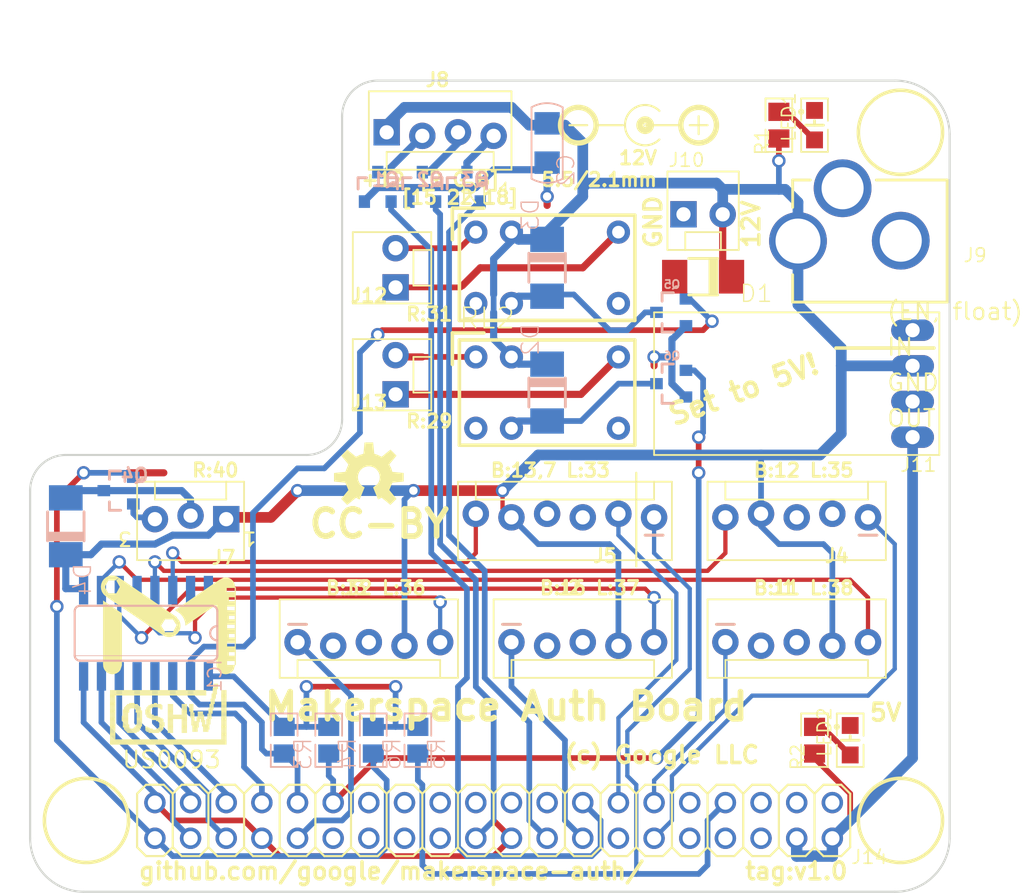
<source format=kicad_pcb>
(kicad_pcb (version 20171130) (host pcbnew 5.0.2+dfsg1-1)
  (layers (0 Top signal) (31 Bottom signal) (34 B.Paste user) (35 F.Paste user) (36 B.SilkS user) (37 F.SilkS user) (38 B.Mask user) (39 F.Mask user) (44 Edge.Cuts user))
  (net 0 "")
  (net 1 GND)
  (net 2 +12V)
  (net 3 +5V)
  (net 4 /HC_LOGIC)
  (net 5 /L1_LOGIC)
  (net 6 /L2_LOGIC)
  (net 7 /L3_LOGIC)
  (net 8 /L4_LOGIC)
  (net 9 /L5_LOGIC)
  (net 10 /B3_LOGIC)
  (net 11 /L6_LOGIC)
  (net 12 "Net-(J14-Pad30)")
  (net 13 /L7_LOGIC)
  (net 14 "Net-(J14-Pad28)")
  (net 15 "Net-(J14-Pad27)")
  (net 16 "Net-(J14-Pad26)")
  (net 17 "Net-(J14-Pad25)")
  (net 18 "Net-(J14-Pad24)")
  (net 19 "Net-(J14-Pad23)")
  (net 20 /G_LOGIC)
  (net 21 "Net-(J14-Pad21)")
  (net 22 "Net-(J14-Pad19)")
  (net 23 /B_LOGIC)
  (net 24 "Net-(J14-Pad17)")
  (net 25 /B2_LOGIC)
  (net 26 /R_LOGIC)
  (net 27 "Net-(J14-Pad14)")
  (net 28 /B5_LOGIC)
  (net 29 /B4_LOGIC)
  (net 30 /B1_LOGIC)
  (net 31 /RXD)
  (net 32 "Net-(J14-Pad9)")
  (net 33 /TXD)
  (net 34 /B6_LOGIC)
  (net 35 "Net-(J14-Pad6)")
  (net 36 "Net-(J14-Pad5)")
  (net 37 "Net-(J14-Pad3)")
  (net 38 /+3V3)
  (net 39 /~L1)
  (net 40 /~L2)
  (net 41 /~L3)
  (net 42 /~L4)
  (net 43 /~L5)
  (net 44 /~L6)
  (net 45 "Net-(IC1-Pad16)")
  (net 46 "Net-(LED1-PadA)")
  (net 47 "Net-(LED2-PadA)")
  (net 48 "Net-(J1-Pad2)")
  (net 49 "Net-(J2-Pad2)")
  (net 50 "Net-(J3-Pad2)")
  (net 51 "Net-(J4-Pad2)")
  (net 52 "Net-(D4-PadA)")
  (net 53 "Net-(J11-PadEN)")
  (net 54 /~R)
  (net 55 /~G)
  (net 56 /~B)
  (net 57 "Net-(D3-PadA)")
  (net 58 "Net-(D2-PadA)")
  (net 59 "Net-(RL1-Pad6)")
  (net 60 "Net-(RL1-Pad4)")
  (net 61 "Net-(J12-Pad1)")
  (net 62 "Net-(J12-Pad2)")
  (net 63 "Net-(RL2-Pad6)")
  (net 64 "Net-(RL2-Pad4)")
  (net 65 "Net-(J13-Pad1)")
  (net 66 "Net-(J13-Pad2)")
  (net 67 "Net-(J5-Pad3)")
  (module "" (layer Top) (at 177.7492 128.8161)
    (fp_text reference @HOLE0 hide)
    (fp_text value "" (at 0 0) (layer F.SilkS) (effects (font (size 1.27 1.27))))
    (pad "" np_thru_hole circle (at 0 0) (size 2.7432 2.7432) (drill 2.7432) (layers *.Cu *.Mask))
  )
  (module "" (layer Top) (at 119.761 128.8161)
    (fp_text reference @HOLE1 hide)
    (fp_text value "" (at 0 0) (layer F.SilkS) (effects (font (size 1.27 1.27))))
    (pad "" np_thru_hole circle (at 0 0) (size 2.7432 2.7432) (drill 2.7432) (layers *.Cu *.Mask))
  )
  (module "" (layer Top) (at 177.7492 79.7941)
    (fp_text reference @HOLE2 hide)
    (fp_text value "" (at 0 0) (layer F.SilkS) (effects (font (size 1.27 1.27))))
    (pad "" np_thru_hole circle (at 0 0) (size 2.7432 2.7432) (drill 2.7432) (layers *.Cu *.Mask))
  )
  (module ms_auth_breakout:2X20 (layer Top) (at 148.7678 128.8161 180)
    (fp_text reference J14 (at -25.4 -3.175) (layer F.SilkS) (effects (font (size 0.9652 0.9652) (thickness 0.115824)) (justify left bottom)))
    (fp_text value PINHD-2X20)
    (pad 40 thru_hole circle (at 24.13 -1.27 180) (size 1.524 1.524) (drill 1.016) (layers *.Cu *.Mask) (net 4 /HC_LOGIC))
    (pad 39 thru_hole circle (at 24.13 1.27 180) (size 1.524 1.524) (drill 1.016) (layers *.Cu *.Mask) (net 1 GND))
    (pad 38 thru_hole circle (at 21.59 -1.27 180) (size 1.524 1.524) (drill 1.016) (layers *.Cu *.Mask) (net 5 /L1_LOGIC))
    (pad 37 thru_hole circle (at 21.59 1.27 180) (size 1.524 1.524) (drill 1.016) (layers *.Cu *.Mask) (net 6 /L2_LOGIC))
    (pad 36 thru_hole circle (at 19.05 -1.27 180) (size 1.524 1.524) (drill 1.016) (layers *.Cu *.Mask) (net 7 /L3_LOGIC))
    (pad 35 thru_hole circle (at 19.05 1.27 180) (size 1.524 1.524) (drill 1.016) (layers *.Cu *.Mask) (net 8 /L4_LOGIC))
    (pad 34 thru_hole circle (at 16.51 -1.27 180) (size 1.524 1.524) (drill 1.016) (layers *.Cu *.Mask) (net 1 GND))
    (pad 33 thru_hole circle (at 16.51 1.27 180) (size 1.524 1.524) (drill 1.016) (layers *.Cu *.Mask) (net 9 /L5_LOGIC))
    (pad 32 thru_hole circle (at 13.97 -1.27 180) (size 1.524 1.524) (drill 1.016) (layers *.Cu *.Mask) (net 10 /B3_LOGIC))
    (pad 31 thru_hole circle (at 13.97 1.27 180) (size 1.524 1.524) (drill 1.016) (layers *.Cu *.Mask) (net 11 /L6_LOGIC))
    (pad 30 thru_hole circle (at 11.43 -1.27 180) (size 1.524 1.524) (drill 1.016) (layers *.Cu *.Mask) (net 12 "Net-(J14-Pad30)"))
    (pad 29 thru_hole circle (at 11.43 1.27 180) (size 1.524 1.524) (drill 1.016) (layers *.Cu *.Mask) (net 13 /L7_LOGIC))
    (pad 28 thru_hole circle (at 8.89 -1.27 180) (size 1.524 1.524) (drill 1.016) (layers *.Cu *.Mask) (net 14 "Net-(J14-Pad28)"))
    (pad 27 thru_hole circle (at 8.89 1.27 180) (size 1.524 1.524) (drill 1.016) (layers *.Cu *.Mask) (net 15 "Net-(J14-Pad27)"))
    (pad 26 thru_hole circle (at 6.35 -1.27 180) (size 1.524 1.524) (drill 1.016) (layers *.Cu *.Mask) (net 16 "Net-(J14-Pad26)"))
    (pad 25 thru_hole circle (at 6.35 1.27 180) (size 1.524 1.524) (drill 1.016) (layers *.Cu *.Mask) (net 17 "Net-(J14-Pad25)"))
    (pad 24 thru_hole circle (at 3.81 -1.27 180) (size 1.524 1.524) (drill 1.016) (layers *.Cu *.Mask) (net 18 "Net-(J14-Pad24)"))
    (pad 23 thru_hole circle (at 3.81 1.27 180) (size 1.524 1.524) (drill 1.016) (layers *.Cu *.Mask) (net 19 "Net-(J14-Pad23)"))
    (pad 22 thru_hole circle (at 1.27 -1.27 180) (size 1.524 1.524) (drill 1.016) (layers *.Cu *.Mask) (net 20 /G_LOGIC))
    (pad 21 thru_hole circle (at 1.27 1.27 180) (size 1.524 1.524) (drill 1.016) (layers *.Cu *.Mask) (net 21 "Net-(J14-Pad21)"))
    (pad 20 thru_hole circle (at -1.27 -1.27 180) (size 1.524 1.524) (drill 1.016) (layers *.Cu *.Mask) (net 1 GND))
    (pad 19 thru_hole circle (at -1.27 1.27 180) (size 1.524 1.524) (drill 1.016) (layers *.Cu *.Mask) (net 22 "Net-(J14-Pad19)"))
    (pad 18 thru_hole circle (at -3.81 -1.27 180) (size 1.524 1.524) (drill 1.016) (layers *.Cu *.Mask) (net 23 /B_LOGIC))
    (pad 17 thru_hole circle (at -3.81 1.27 180) (size 1.524 1.524) (drill 1.016) (layers *.Cu *.Mask) (net 24 "Net-(J14-Pad17)"))
    (pad 16 thru_hole circle (at -6.35 -1.27 180) (size 1.524 1.524) (drill 1.016) (layers *.Cu *.Mask) (net 25 /B2_LOGIC))
    (pad 15 thru_hole circle (at -6.35 1.27 180) (size 1.524 1.524) (drill 1.016) (layers *.Cu *.Mask) (net 26 /R_LOGIC))
    (pad 14 thru_hole circle (at -8.89 -1.27 180) (size 1.524 1.524) (drill 1.016) (layers *.Cu *.Mask) (net 27 "Net-(J14-Pad14)"))
    (pad 13 thru_hole circle (at -8.89 1.27 180) (size 1.524 1.524) (drill 1.016) (layers *.Cu *.Mask) (net 28 /B5_LOGIC))
    (pad 12 thru_hole circle (at -11.43 -1.27 180) (size 1.524 1.524) (drill 1.016) (layers *.Cu *.Mask) (net 29 /B4_LOGIC))
    (pad 11 thru_hole circle (at -11.43 1.27 180) (size 1.524 1.524) (drill 1.016) (layers *.Cu *.Mask) (net 30 /B1_LOGIC))
    (pad 10 thru_hole circle (at -13.97 -1.27 180) (size 1.524 1.524) (drill 1.016) (layers *.Cu *.Mask) (net 31 /RXD))
    (pad 9 thru_hole circle (at -13.97 1.27 180) (size 1.524 1.524) (drill 1.016) (layers *.Cu *.Mask) (net 32 "Net-(J14-Pad9)"))
    (pad 8 thru_hole circle (at -16.51 -1.27 180) (size 1.524 1.524) (drill 1.016) (layers *.Cu *.Mask) (net 33 /TXD))
    (pad 7 thru_hole circle (at -16.51 1.27 180) (size 1.524 1.524) (drill 1.016) (layers *.Cu *.Mask) (net 34 /B6_LOGIC))
    (pad 6 thru_hole circle (at -19.05 -1.27 180) (size 1.524 1.524) (drill 1.016) (layers *.Cu *.Mask) (net 35 "Net-(J14-Pad6)"))
    (pad 5 thru_hole circle (at -19.05 1.27 180) (size 1.524 1.524) (drill 1.016) (layers *.Cu *.Mask) (net 36 "Net-(J14-Pad5)"))
    (pad 4 thru_hole circle (at -21.59 -1.27 180) (size 1.524 1.524) (drill 1.016) (layers *.Cu *.Mask) (net 3 +5V))
    (pad 3 thru_hole circle (at -21.59 1.27 180) (size 1.524 1.524) (drill 1.016) (layers *.Cu *.Mask) (net 37 "Net-(J14-Pad3)"))
    (pad 2 thru_hole circle (at -24.13 -1.27 180) (size 1.524 1.524) (drill 1.016) (layers *.Cu *.Mask) (net 3 +5V))
    (pad 1 thru_hole circle (at -24.13 1.27 180) (size 1.524 1.524) (drill 1.016) (layers *.Cu *.Mask) (net 38 /+3V3))
  )
  (module ms_auth_breakout:SO16 (layer Bottom) (at 124.0028 115.4811 180)
    (fp_text reference IC1 (at -5.461 -1.778 270) (layer B.SilkS) (effects (font (size 0.9652 0.9652) (thickness 0.115824)) (justify left bottom mirror)))
    (fp_text value ULN2003AD hide)
    (pad 9 smd rect (at 4.445 3.0734 180) (size 0.6604 2.032) (layers Bottom B.Paste B.Mask) (net 2 +12V))
    (pad 8 smd rect (at 4.445 -3.0734 180) (size 0.6604 2.032) (layers Bottom B.Paste B.Mask) (net 1 GND))
    (pad 10 smd rect (at 3.175 3.0734 180) (size 0.6604 2.032) (layers Bottom B.Paste B.Mask) (net 39 /~L1))
    (pad 11 smd rect (at 1.905 3.0734 180) (size 0.6604 2.032) (layers Bottom B.Paste B.Mask) (net 40 /~L2))
    (pad 7 smd rect (at 3.175 -3.0734 180) (size 0.6604 2.032) (layers Bottom B.Paste B.Mask) (net 5 /L1_LOGIC))
    (pad 6 smd rect (at 1.905 -3.0734 180) (size 0.6604 2.032) (layers Bottom B.Paste B.Mask) (net 6 /L2_LOGIC))
    (pad 12 smd rect (at 0.635 3.0734 180) (size 0.6604 2.032) (layers Bottom B.Paste B.Mask) (net 41 /~L3))
    (pad 5 smd rect (at 0.635 -3.0734 180) (size 0.6604 2.032) (layers Bottom B.Paste B.Mask) (net 7 /L3_LOGIC))
    (pad 13 smd rect (at -0.635 3.0734 180) (size 0.6604 2.032) (layers Bottom B.Paste B.Mask) (net 42 /~L4))
    (pad 4 smd rect (at -0.635 -3.0734 180) (size 0.6604 2.032) (layers Bottom B.Paste B.Mask) (net 8 /L4_LOGIC))
    (pad 14 smd rect (at -1.905 3.0734 180) (size 0.6604 2.032) (layers Bottom B.Paste B.Mask) (net 43 /~L5))
    (pad 15 smd rect (at -3.175 3.0734 180) (size 0.6604 2.032) (layers Bottom B.Paste B.Mask) (net 44 /~L6))
    (pad 3 smd rect (at -1.905 -3.0734 180) (size 0.6604 2.032) (layers Bottom B.Paste B.Mask) (net 9 /L5_LOGIC))
    (pad 2 smd rect (at -3.175 -3.0734 180) (size 0.6604 2.032) (layers Bottom B.Paste B.Mask) (net 11 /L6_LOGIC))
    (pad 16 smd rect (at -4.445 3.0734 180) (size 0.6604 2.032) (layers Bottom B.Paste B.Mask) (net 45 "Net-(IC1-Pad16)"))
    (pad 1 smd rect (at -4.445 -3.0734 180) (size 0.6604 2.032) (layers Bottom B.Paste B.Mask) (net 1 GND))
  )
  (module ms_auth_breakout:MOLEX-1X2_LOCK (layer Top) (at 162.4203 85.6361)
    (fp_text reference J10 (at -1.27 -3.302) (layer F.SilkS) (effects (font (size 0.9652 0.9652) (thickness 0.115824)) (justify left bottom)))
    (fp_text value CONN_02POLAR_LOCK)
    (pad 2 thru_hole circle (at 2.667 0) (size 1.8796 1.8796) (drill 1.016) (layers *.Cu *.Mask) (net 2 +12V))
    (pad 1 thru_hole rect (at -0.127 0) (size 1.8796 1.8796) (drill 1.016) (layers *.Cu *.Mask) (net 1 GND))
  )
  (module ms_auth_breakout:DO-214AC (layer Top) (at 163.6903 90.0811 180)
    (fp_text reference D1 (at -2.54 -1.905) (layer F.SilkS) (effects (font (size 1.2065 1.2065) (thickness 0.09652)) (justify left bottom)))
    (fp_text value DIODE-DO-214AC)
    (pad A smd rect (at 2.025 0) (size 1.8 2.4) (layers Top F.Paste F.Mask) (net 1 GND))
    (pad C smd rect (at -2.025 0 180) (size 1.8 2.4) (layers Top F.Paste F.Mask) (net 2 +12V))
  )
  (module ms_auth_breakout:CHIPLED_0805 (layer Top) (at 171.6278 79.2861)
    (fp_text reference LED1 (at -1.27 1.27 90) (layer F.SilkS) (effects (font (size 0.9652 0.9652) (thickness 0.115824)) (justify left bottom)))
    (fp_text value LED hide)
    (pad A smd rect (at 0 1.05) (size 1.2 1.2) (layers Top F.Paste F.Mask) (net 46 "Net-(LED1-PadA)"))
    (pad C smd rect (at 0 -1.05) (size 1.2 1.2) (layers Top F.Paste F.Mask) (net 1 GND))
  )
  (module ms_auth_breakout:CHIPLED_0805 (layer Top) (at 174.1678 123.1011)
    (fp_text reference LED2 (at -1.27 1.27 90) (layer F.SilkS) (effects (font (size 0.9652 0.9652) (thickness 0.115824)) (justify left bottom)))
    (fp_text value LED hide)
    (pad A smd rect (at 0 1.05) (size 1.2 1.2) (layers Top F.Paste F.Mask) (net 47 "Net-(LED2-PadA)"))
    (pad C smd rect (at 0 -1.05) (size 1.2 1.2) (layers Top F.Paste F.Mask) (net 1 GND))
  )
  (module ms_auth_breakout:R0805 (layer Top) (at 171.6278 123.1011 270)
    (fp_text reference R2 (at 2.2225 0.635 90) (layer F.SilkS) (effects (font (size 0.9652 0.9652) (thickness 0.115824)) (justify left bottom)))
    (fp_text value 560 hide)
    (pad 2 smd rect (at 0.95 0 270) (size 1.3 1.5) (layers Top F.Paste F.Mask) (net 3 +5V))
    (pad 1 smd rect (at -0.95 0 270) (size 1.3 1.5) (layers Top F.Paste F.Mask) (net 47 "Net-(LED2-PadA)"))
  )
  (module ms_auth_breakout:R0805 (layer Top) (at 169.0878 79.2861 270)
    (fp_text reference R1 (at 2.2225 0.635 90) (layer F.SilkS) (effects (font (size 0.9652 0.9652) (thickness 0.115824)) (justify left bottom)))
    (fp_text value 1k hide)
    (pad 2 smd rect (at 0.95 0 270) (size 1.3 1.5) (layers Top F.Paste F.Mask) (net 2 +12V))
    (pad 1 smd rect (at -0.95 0 270) (size 1.3 1.5) (layers Top F.Paste F.Mask) (net 46 "Net-(LED1-PadA)"))
  )
  (module ms_auth_breakout:MOLEX-1X5_LOCK (layer Top) (at 165.2778 116.1161)
    (fp_text reference J1 (at 3.175 -3.302) (layer F.SilkS) (effects (font (size 0.9652 0.9652) (thickness 0.19304)) (justify left bottom)))
    (fp_text value CONN_05POLAR_LOCK)
    (pad 5 thru_hole circle (at 10.16 0) (size 1.8796 1.8796) (drill 1.016) (layers *.Cu *.Mask) (net 39 /~L1))
    (pad 4 thru_hole circle (at 7.62 0.254) (size 1.8796 1.8796) (drill 1.016) (layers *.Cu *.Mask) (net 2 +12V))
    (pad 3 thru_hole circle (at 5.08 0) (size 1.8796 1.8796) (drill 1.016) (layers *.Cu *.Mask) (net 1 GND))
    (pad 2 thru_hole circle (at 2.54 0.254) (size 1.8796 1.8796) (drill 1.016) (layers *.Cu *.Mask) (net 48 "Net-(J1-Pad2)"))
    (pad 1 thru_hole circle (at 0 0) (size 1.8796 1.8796) (drill 1.016) (layers *.Cu *.Mask) (net 30 /B1_LOGIC))
  )
  (module ms_auth_breakout:MOLEX-1X5_LOCK (layer Top) (at 150.0378 116.1161)
    (fp_text reference J2 (at 3.175 -3.302) (layer F.SilkS) (effects (font (size 0.9652 0.9652) (thickness 0.19304)) (justify left bottom)))
    (fp_text value CONN_05POLAR_LOCK)
    (pad 5 thru_hole circle (at 10.16 0) (size 1.8796 1.8796) (drill 1.016) (layers *.Cu *.Mask) (net 40 /~L2))
    (pad 4 thru_hole circle (at 7.62 0.254) (size 1.8796 1.8796) (drill 1.016) (layers *.Cu *.Mask) (net 2 +12V))
    (pad 3 thru_hole circle (at 5.08 0) (size 1.8796 1.8796) (drill 1.016) (layers *.Cu *.Mask) (net 1 GND))
    (pad 2 thru_hole circle (at 2.54 0.254) (size 1.8796 1.8796) (drill 1.016) (layers *.Cu *.Mask) (net 49 "Net-(J2-Pad2)"))
    (pad 1 thru_hole circle (at 0 0) (size 1.8796 1.8796) (drill 1.016) (layers *.Cu *.Mask) (net 25 /B2_LOGIC))
  )
  (module ms_auth_breakout:MOLEX-1X5_LOCK (layer Top) (at 134.7978 116.1161)
    (fp_text reference J3 (at 3.175 -3.302) (layer F.SilkS) (effects (font (size 0.9652 0.9652) (thickness 0.19304)) (justify left bottom)))
    (fp_text value CONN_05POLAR_LOCK)
    (pad 5 thru_hole circle (at 10.16 0) (size 1.8796 1.8796) (drill 1.016) (layers *.Cu *.Mask) (net 41 /~L3))
    (pad 4 thru_hole circle (at 7.62 0.254) (size 1.8796 1.8796) (drill 1.016) (layers *.Cu *.Mask) (net 2 +12V))
    (pad 3 thru_hole circle (at 5.08 0) (size 1.8796 1.8796) (drill 1.016) (layers *.Cu *.Mask) (net 1 GND))
    (pad 2 thru_hole circle (at 2.54 0.254) (size 1.8796 1.8796) (drill 1.016) (layers *.Cu *.Mask) (net 50 "Net-(J3-Pad2)"))
    (pad 1 thru_hole circle (at 0 0) (size 1.8796 1.8796) (drill 1.016) (layers *.Cu *.Mask) (net 10 /B3_LOGIC))
  )
  (module ms_auth_breakout:MOLEX-1X5_LOCK (layer Top) (at 175.4378 107.2261 180)
    (fp_text reference J4 (at 3.175 -3.302) (layer F.SilkS) (effects (font (size 0.9652 0.9652) (thickness 0.19304)) (justify left bottom)))
    (fp_text value CONN_05POLAR_LOCK)
    (pad 5 thru_hole circle (at 10.16 0 180) (size 1.8796 1.8796) (drill 1.016) (layers *.Cu *.Mask) (net 42 /~L4))
    (pad 4 thru_hole circle (at 7.62 0.254 180) (size 1.8796 1.8796) (drill 1.016) (layers *.Cu *.Mask) (net 2 +12V))
    (pad 3 thru_hole circle (at 5.08 0 180) (size 1.8796 1.8796) (drill 1.016) (layers *.Cu *.Mask) (net 1 GND))
    (pad 2 thru_hole circle (at 2.54 0.254 180) (size 1.8796 1.8796) (drill 1.016) (layers *.Cu *.Mask) (net 51 "Net-(J4-Pad2)"))
    (pad 1 thru_hole circle (at 0 0 180) (size 1.8796 1.8796) (drill 1.016) (layers *.Cu *.Mask) (net 29 /B4_LOGIC))
  )
  (module ms_auth_breakout:MOLEX-1X3_LOCK (layer Top) (at 129.7178 107.2261 180)
    (fp_text reference J7 (at 1.143 -3.429) (layer F.SilkS) (effects (font (size 0.9652 0.9652) (thickness 0.19304)) (justify left bottom)))
    (fp_text value CONN_03POLAR_LOCK)
    (pad 3 thru_hole circle (at 5.08 -0.127 180) (size 1.8796 1.8796) (drill 1.016) (layers *.Cu *.Mask) (net 1 GND))
    (pad 2 thru_hole circle (at 2.54 0.127 180) (size 1.8796 1.8796) (drill 1.016) (layers *.Cu *.Mask) (net 52 "Net-(D4-PadA)"))
    (pad 1 thru_hole rect (at 0 -0.127 180) (size 1.8796 1.8796) (drill 1.016) (layers *.Cu *.Mask) (net 2 +12V))
  )
  (module ms_auth_breakout:POWER_JACK_PTH_LOCK (layer Top) (at 184.3278 87.5411 90)
    (fp_text reference J9 (at -1.5748 -2.159) (layer F.SilkS) (effects (font (size 0.9652 0.9652) (thickness 0.115824)) (justify left bottom)))
    (fp_text value POWER_JACKPTH_LOCK hide)
    (pad GNDBREAK thru_hole circle (at 3.7616 -10.7 180) (size 4.1148 4.1148) (drill 2.9972) (layers *.Cu *.Mask) (net 1 GND))
    (pad GND thru_hole circle (at 0.0254 -6.557 90) (size 4.1148 4.1148) (drill 2.9972) (layers *.Cu *.Mask) (net 1 GND))
    (pad PWR thru_hole circle (at 0 -13.8778 90) (size 4.1148 4.1148) (drill 3.2) (layers *.Cu *.Mask) (net 2 +12V))
  )
  (module ms_auth_breakout:C1206 (layer Bottom) (at 152.5778 80.5561 270)
    (fp_text reference C2 (at 3.175 -0.635 90) (layer B.SilkS) (effects (font (size 1.2065 1.2065) (thickness 0.09652)) (justify right top mirror)))
    (fp_text value 47u)
    (pad 2 smd rect (at 1.4 0 270) (size 1.6 1.8) (layers Bottom B.Paste B.Mask) (net 1 GND))
    (pad 1 smd rect (at -1.4 0 270) (size 1.6 1.8) (layers Bottom B.Paste B.Mask) (net 2 +12V))
  )
  (module ms_auth_breakout:MS_LOGO_VECTOR (layer Top) (at 120.5103 118.6561)
    (fp_text reference U$1 hide)
    (fp_text value MS_LOGO hide)
  )
  (module ms_auth_breakout:BUCK_HORIZONTAL (layer Top) (at 178.6128 98.9711 180)
    (fp_text reference J11 hide)
    (fp_text value BUCK_MODULEHORIZONTAL hide)
    (fp_text user "(EN, float)" (at 1.905 5.715 180) (layer F.SilkS) (effects (font (size 1.2065 1.2065) (thickness 0.1524)) (justify left bottom)))
    (fp_text user OUT (at 1.905 -1.905 180) (layer F.SilkS) (effects (font (size 1.2065 1.2065) (thickness 0.1524)) (justify left bottom)))
    (fp_text user GND (at 1.905 0.635 180) (layer F.SilkS) (effects (font (size 1.2065 1.2065) (thickness 0.1524)) (justify left bottom)))
    (fp_text user IN (at 1.905 3.175 180) (layer F.SilkS) (effects (font (size 1.2065 1.2065) (thickness 0.1524)) (justify left bottom)))
    (pad EN thru_hole oval (at 0 5.08 180) (size 3.048 1.524) (drill 1.016) (layers *.Cu *.Mask) (net 53 "Net-(J11-PadEN)"))
    (pad IN thru_hole oval (at 0 2.54 180) (size 3.048 1.524) (drill 1.016) (layers *.Cu *.Mask) (net 2 +12V))
    (pad GND thru_hole oval (at 0 0 180) (size 3.048 1.524) (drill 1.016) (layers *.Cu *.Mask) (net 1 GND))
    (pad OUT thru_hole oval (at 0 -2.54 180) (size 3.048 1.524) (drill 1.016) (layers *.Cu *.Mask) (net 3 +5V))
  )
  (module ms_auth_breakout:SOT23-3 (layer Bottom) (at 140.5128 83.7311 180)
    (fp_text reference Q1 (at -1.651 0) (layer B.SilkS) (effects (font (size 0.9652 0.9652) (thickness 0.19304)) (justify left bottom mirror)))
    (fp_text value DMN3023L)
    (pad 3 smd rect (at 0 1.1 180) (size 0.8 0.9) (layers Bottom B.Paste B.Mask) (net 54 /~R))
    (pad 2 smd rect (at 0.95 -1 180) (size 0.8 0.9) (layers Bottom B.Paste B.Mask) (net 1 GND))
    (pad 1 smd rect (at -0.95 -1 180) (size 0.8 0.9) (layers Bottom B.Paste B.Mask) (net 26 /R_LOGIC))
  )
  (module ms_auth_breakout:SOT23-3 (layer Bottom) (at 143.6878 83.7311 180)
    (fp_text reference Q2 (at -1.651 0) (layer B.SilkS) (effects (font (size 0.9652 0.9652) (thickness 0.19304)) (justify left bottom mirror)))
    (fp_text value DMN3023L)
    (pad 3 smd rect (at 0 1.1 180) (size 0.8 0.9) (layers Bottom B.Paste B.Mask) (net 55 /~G))
    (pad 2 smd rect (at 0.95 -1 180) (size 0.8 0.9) (layers Bottom B.Paste B.Mask) (net 1 GND))
    (pad 1 smd rect (at -0.95 -1 180) (size 0.8 0.9) (layers Bottom B.Paste B.Mask) (net 20 /G_LOGIC))
  )
  (module ms_auth_breakout:SOT23-3 (layer Bottom) (at 146.8628 83.7311 180)
    (fp_text reference Q3 (at -1.651 0) (layer B.SilkS) (effects (font (size 0.9652 0.9652) (thickness 0.19304)) (justify left bottom mirror)))
    (fp_text value DMN3023L)
    (pad 3 smd rect (at 0 1.1 180) (size 0.8 0.9) (layers Bottom B.Paste B.Mask) (net 56 /~B))
    (pad 2 smd rect (at 0.95 -1 180) (size 0.8 0.9) (layers Bottom B.Paste B.Mask) (net 1 GND))
    (pad 1 smd rect (at -0.95 -1 180) (size 0.8 0.9) (layers Bottom B.Paste B.Mask) (net 23 /B_LOGIC))
  )
  (module ms_auth_breakout:SOT23-3 (layer Bottom) (at 122.0978 105.3211 270)
    (fp_text reference Q4 (at -1.651 0 180) (layer B.SilkS) (effects (font (size 0.9652 0.9652) (thickness 0.19304)) (justify right top mirror)))
    (fp_text value DMN3023L)
    (pad 3 smd rect (at 0 1.1 270) (size 0.8 0.9) (layers Bottom B.Paste B.Mask) (net 52 "Net-(D4-PadA)"))
    (pad 2 smd rect (at 0.95 -1 270) (size 0.8 0.9) (layers Bottom B.Paste B.Mask) (net 1 GND))
    (pad 1 smd rect (at -0.95 -1 270) (size 0.8 0.9) (layers Bottom B.Paste B.Mask) (net 4 /HC_LOGIC))
  )
  (module ms_auth_breakout:OSHW-LOGO-M (layer Top) (at 139.8778 104.3686)
    (fp_text reference LOGO1 hide)
    (fp_text value OSHW-LOGOM hide)
  )
  (module ms_auth_breakout:SOT23-3 (layer Bottom) (at 161.4678 92.6211 270)
    (fp_text reference Q5 (at -1.651 0 180) (layer B.SilkS) (effects (font (size 0.57912 0.57912) (thickness 0.12192)) (justify bottom mirror)))
    (fp_text value DMN3023L)
    (pad 3 smd rect (at 0 1.1 270) (size 0.8 0.9) (layers Bottom B.Paste B.Mask) (net 57 "Net-(D3-PadA)"))
    (pad 2 smd rect (at 0.95 -1 270) (size 0.8 0.9) (layers Bottom B.Paste B.Mask) (net 1 GND))
    (pad 1 smd rect (at -0.95 -1 270) (size 0.8 0.9) (layers Bottom B.Paste B.Mask) (net 11 /L6_LOGIC))
  )
  (module ms_auth_breakout:SOT23-3 (layer Bottom) (at 161.4678 97.7011 270)
    (fp_text reference Q6 (at -1.651 0 180) (layer B.SilkS) (effects (font (size 0.57912 0.57912) (thickness 0.12192)) (justify bottom mirror)))
    (fp_text value DMN3023L)
    (pad 3 smd rect (at 0 1.1 270) (size 0.8 0.9) (layers Bottom B.Paste B.Mask) (net 58 "Net-(D2-PadA)"))
    (pad 2 smd rect (at 0.95 -1 270) (size 0.8 0.9) (layers Bottom B.Paste B.Mask) (net 1 GND))
    (pad 1 smd rect (at -0.95 -1 270) (size 0.8 0.9) (layers Bottom B.Paste B.Mask) (net 13 /L7_LOGIC))
  )
  (module ms_auth_breakout:HFD23 (layer Top) (at 152.5778 89.4461)
    (fp_text reference RL1 (at -6.35 -4.445) (layer F.SilkS) (effects (font (size 1.4478 1.4478) (thickness 0.115824)) (justify left bottom)))
    (fp_text value HFD23_SPDT hide)
    (pad 6 thru_hole circle (at -5.08 2.54) (size 1.651 1.651) (drill 0.9) (layers *.Cu *.Mask) (net 59 "Net-(RL1-Pad6)"))
    (pad 5 thru_hole circle (at -2.54 2.54) (size 1.651 1.651) (drill 0.9) (layers *.Cu *.Mask) (net 57 "Net-(D3-PadA)"))
    (pad 4 thru_hole circle (at 5.08 2.54) (size 1.651 1.651) (drill 0.9) (layers *.Cu *.Mask) (net 60 "Net-(RL1-Pad4)"))
    (pad 3 thru_hole circle (at 5.08 -2.54) (size 1.651 1.651) (drill 0.9) (layers *.Cu *.Mask) (net 61 "Net-(J12-Pad1)"))
    (pad 2 thru_hole circle (at -2.54 -2.54) (size 1.651 1.651) (drill 0.9) (layers *.Cu *.Mask) (net 2 +12V))
    (pad 1 thru_hole circle (at -5.08 -2.54) (size 1.651 1.651) (drill 0.9) (layers *.Cu *.Mask) (net 62 "Net-(J12-Pad2)"))
  )
  (module ms_auth_breakout:HFD23 (layer Top) (at 152.5778 98.3361)
    (fp_text reference RL2 (at -6.35 -4.445) (layer F.SilkS) (effects (font (size 1.4478 1.4478) (thickness 0.115824)) (justify left bottom)))
    (fp_text value HFD23_SPDT hide)
    (pad 6 thru_hole circle (at -5.08 2.54) (size 1.651 1.651) (drill 0.9) (layers *.Cu *.Mask) (net 63 "Net-(RL2-Pad6)"))
    (pad 5 thru_hole circle (at -2.54 2.54) (size 1.651 1.651) (drill 0.9) (layers *.Cu *.Mask) (net 58 "Net-(D2-PadA)"))
    (pad 4 thru_hole circle (at 5.08 2.54) (size 1.651 1.651) (drill 0.9) (layers *.Cu *.Mask) (net 64 "Net-(RL2-Pad4)"))
    (pad 3 thru_hole circle (at 5.08 -2.54) (size 1.651 1.651) (drill 0.9) (layers *.Cu *.Mask) (net 65 "Net-(J13-Pad1)"))
    (pad 2 thru_hole circle (at -2.54 -2.54) (size 1.651 1.651) (drill 0.9) (layers *.Cu *.Mask) (net 2 +12V))
    (pad 1 thru_hole circle (at -5.08 -2.54) (size 1.651 1.651) (drill 0.9) (layers *.Cu *.Mask) (net 66 "Net-(J13-Pad2)"))
  )
  (module ms_auth_breakout:MOLEX-1X2_LOCK (layer Top) (at 141.7828 98.3361 90)
    (fp_text reference J13 (at -1.27 -3.302) (layer F.SilkS) (effects (font (size 0.9652 0.9652) (thickness 0.19304)) (justify left bottom)))
    (fp_text value CONN_02POLAR_LOCK)
    (pad 2 thru_hole circle (at 2.667 0 90) (size 1.8796 1.8796) (drill 1.016) (layers *.Cu *.Mask) (net 66 "Net-(J13-Pad2)"))
    (pad 1 thru_hole rect (at -0.127 0 90) (size 1.8796 1.8796) (drill 1.016) (layers *.Cu *.Mask) (net 65 "Net-(J13-Pad1)"))
  )
  (module ms_auth_breakout:MOLEX-1X2_LOCK (layer Top) (at 141.7828 90.7161 90)
    (fp_text reference J12 (at -1.27 -3.302) (layer F.SilkS) (effects (font (size 0.9652 0.9652) (thickness 0.19304)) (justify left bottom)))
    (fp_text value CONN_02POLAR_LOCK)
    (pad 2 thru_hole circle (at 2.667 0 90) (size 1.8796 1.8796) (drill 1.016) (layers *.Cu *.Mask) (net 62 "Net-(J12-Pad2)"))
    (pad 1 thru_hole rect (at -0.127 0 90) (size 1.8796 1.8796) (drill 1.016) (layers *.Cu *.Mask) (net 61 "Net-(J12-Pad1)"))
  )
  (module ms_auth_breakout:MOLEX-1X4_LOCK (layer Top) (at 141.1478 79.9211)
    (fp_text reference J8 (at 2.667 -3.302) (layer F.SilkS) (effects (font (size 0.9652 0.9652) (thickness 0.19304)) (justify left bottom)))
    (fp_text value CONN_04POLAR_LOCK)
    (pad 4 thru_hole circle (at 7.62 0.127) (size 1.8796 1.8796) (drill 1.016) (layers *.Cu *.Mask) (net 56 /~B))
    (pad 3 thru_hole circle (at 5.08 -0.127) (size 1.8796 1.8796) (drill 1.016) (layers *.Cu *.Mask) (net 55 /~G))
    (pad 2 thru_hole circle (at 2.54 0.127) (size 1.8796 1.8796) (drill 1.016) (layers *.Cu *.Mask) (net 54 /~R))
    (pad 1 thru_hole rect (at 0 -0.127) (size 1.8796 1.8796) (drill 1.016) (layers *.Cu *.Mask) (net 2 +12V))
  )
  (module ms_auth_breakout:DO-214AC (layer Bottom) (at 152.5778 98.3361 270)
    (fp_text reference D2 (at -2.54 1.905 90) (layer B.SilkS) (effects (font (size 1.2065 1.2065) (thickness 0.09652)) (justify right top mirror)))
    (fp_text value DIODE-DO-214AC)
    (pad A smd rect (at 2.025 0 90) (size 1.8 2.4) (layers Bottom B.Paste B.Mask) (net 58 "Net-(D2-PadA)"))
    (pad C smd rect (at -2.025 0 270) (size 1.8 2.4) (layers Bottom B.Paste B.Mask) (net 2 +12V))
  )
  (module ms_auth_breakout:DO-214AC (layer Bottom) (at 152.5778 89.4461 270)
    (fp_text reference D3 (at -2.54 1.905 90) (layer B.SilkS) (effects (font (size 1.2065 1.2065) (thickness 0.09652)) (justify right top mirror)))
    (fp_text value DIODE-DO-214AC)
    (pad A smd rect (at 2.025 0 90) (size 1.8 2.4) (layers Bottom B.Paste B.Mask) (net 57 "Net-(D3-PadA)"))
    (pad C smd rect (at -2.025 0 270) (size 1.8 2.4) (layers Bottom B.Paste B.Mask) (net 2 +12V))
  )
  (module ms_auth_breakout:DO-214AC (layer Bottom) (at 118.2878 107.8611 90)
    (fp_text reference D4 (at -2.54 1.905 90) (layer B.SilkS) (effects (font (size 1.2065 1.2065) (thickness 0.1016)) (justify left bottom mirror)))
    (fp_text value DIODE-DO-214AC)
    (pad A smd rect (at 2.025 0 270) (size 1.8 2.4) (layers Bottom B.Paste B.Mask) (net 52 "Net-(D4-PadA)"))
    (pad C smd rect (at -2.025 0 90) (size 1.8 2.4) (layers Bottom B.Paste B.Mask) (net 2 +12V))
  )
  (module ms_auth_breakout:R0805 (layer Bottom) (at 133.8453 123.1011 270)
    (fp_text reference R3 (at 2.2225 -0.635 90) (layer B.SilkS) (effects (font (size 1.2065 1.2065) (thickness 0.09652)) (justify right top mirror)))
    (fp_text value 10k)
    (pad 2 smd rect (at 0.95 0 270) (size 1.3 1.5) (layers Bottom B.Paste B.Mask) (net 11 /L6_LOGIC))
    (pad 1 smd rect (at -0.95 0 270) (size 1.3 1.5) (layers Bottom B.Paste B.Mask) (net 1 GND))
  )
  (module ms_auth_breakout:R0805 (layer Bottom) (at 137.0203 123.1011 270)
    (fp_text reference R4 (at 2.2225 -0.635 90) (layer B.SilkS) (effects (font (size 1.2065 1.2065) (thickness 0.09652)) (justify right top mirror)))
    (fp_text value 10k)
    (pad 2 smd rect (at 0.95 0 270) (size 1.3 1.5) (layers Bottom B.Paste B.Mask) (net 13 /L7_LOGIC))
    (pad 1 smd rect (at -0.95 0 270) (size 1.3 1.5) (layers Bottom B.Paste B.Mask) (net 1 GND))
  )
  (module ms_auth_breakout:R0805 (layer Bottom) (at 143.3703 123.1011 270)
    (fp_text reference R5 (at 2.2225 -0.635 90) (layer B.SilkS) (effects (font (size 1.2065 1.2065) (thickness 0.09652)) (justify right top mirror)))
    (fp_text value 10k)
    (pad 2 smd rect (at 0.95 0 270) (size 1.3 1.5) (layers Bottom B.Paste B.Mask) (net 34 /B6_LOGIC))
    (pad 1 smd rect (at -0.95 0 270) (size 1.3 1.5) (layers Bottom B.Paste B.Mask) (net 1 GND))
  )
  (module ms_auth_breakout:R0805 (layer Bottom) (at 140.1953 123.1011 270)
    (fp_text reference R6 (at 2.2225 -0.635 90) (layer B.SilkS) (effects (font (size 1.2065 1.2065) (thickness 0.09652)) (justify right top mirror)))
    (fp_text value 10k)
    (pad 2 smd rect (at 0.95 0 270) (size 1.3 1.5) (layers Bottom B.Paste B.Mask) (net 4 /HC_LOGIC))
    (pad 1 smd rect (at -0.95 0 270) (size 1.3 1.5) (layers Bottom B.Paste B.Mask) (net 1 GND))
  )
  (module ms_auth_breakout:MOLEX-1X6_LOCK (layer Top) (at 160.1978 107.2261 180)
    (fp_text reference J5 (at 4.445 -3.302) (layer F.SilkS) (effects (font (size 0.9652 0.9652) (thickness 0.19304)) (justify left bottom)))
    (fp_text value CONN_06POLAR_LOCK)
    (pad 6 thru_hole circle (at 12.7 0.254 180) (size 1.8796 1.8796) (drill 1.016) (layers *.Cu *.Mask) (net 43 /~L5))
    (pad 5 thru_hole circle (at 10.16 0 180) (size 1.8796 1.8796) (drill 1.016) (layers *.Cu *.Mask) (net 2 +12V))
    (pad 4 thru_hole circle (at 7.62 0.254 180) (size 1.8796 1.8796) (drill 1.016) (layers *.Cu *.Mask) (net 1 GND))
    (pad 3 thru_hole circle (at 5.08 0 180) (size 1.8796 1.8796) (drill 1.016) (layers *.Cu *.Mask) (net 67 "Net-(J5-Pad3)"))
    (pad 2 thru_hole circle (at 2.54 0.254 180) (size 1.8796 1.8796) (drill 1.016) (layers *.Cu *.Mask) (net 28 /B5_LOGIC))
    (pad 1 thru_hole circle (at 0 0 180) (size 1.8796 1.8796) (drill 1.016) (layers *.Cu *.Mask) (net 34 /B6_LOGIC))
  )
  (module ms_auth_breakout:CERT-SMALL-SILK (layer Top) (at 125.5903 123.4186)
    (fp_text reference U$2 hide)
    (fp_text value US0093 (at -3.369943 1.778) (layer F.SilkS) (effects (font (size 1.2065 1.2065) (thickness 0.1524)) (justify left bottom)))
  )
  (gr_arc (start 119.5578 130.0861) (end 115.7478 130.0861) (angle -90) (layer Edge.Cuts) (width 0.15))
  (gr_line (start 119.5578 133.8961) (end 177.3428 133.8961) (layer Edge.Cuts) (width 0.15))
  (gr_arc (start 177.3936 130.0353) (end 177.3428 133.8961) (angle -90) (layer Edge.Cuts) (width 0.15))
  (gr_line (start 181.2544 130.0861) (end 181.2544 79.9211) (layer Edge.Cuts) (width 0.15))
  (gr_arc (start 177.3936 79.9719) (end 181.2544 79.9211) (angle -90) (layer Edge.Cuts) (width 0.15))
  (gr_line (start 177.3428 76.1111) (end 140.5128 76.1111) (layer Edge.Cuts) (width 0.15))
  (gr_arc (start 140.5128 78.6511) (end 140.5128 76.1111) (angle -90) (layer Edge.Cuts) (width 0.15))
  (gr_line (start 137.9728 78.6511) (end 137.9728 100.2411) (layer Edge.Cuts) (width 0.15))
  (gr_arc (start 135.4328 100.2411) (end 137.9728 100.2411) (angle 90) (layer Edge.Cuts) (width 0.15))
  (gr_line (start 135.4328 102.7811) (end 118.2878 102.7811) (layer Edge.Cuts) (width 0.15))
  (gr_arc (start 118.2878 105.3211) (end 118.2878 102.7811) (angle -90) (layer Edge.Cuts) (width 0.15))
  (gr_line (start 115.7478 105.3211) (end 115.7478 130.0861) (layer Edge.Cuts) (width 0.15))
  (gr_text 12V (at 167.8178 88.1761 90) (layer F.SilkS) (effects (font (size 1.2065 1.2065) (thickness 0.254)) (justify left bottom)))
  (gr_text GND (at 160.8328 88.1761 90) (layer F.SilkS) (effects (font (size 1.2065 1.2065) (thickness 0.254)) (justify left bottom)))
  (gr_text 5V (at 175.4378 121.8311) (layer F.SilkS) (effects (font (size 1.2065 1.2065) (thickness 0.254)) (justify left bottom)))
  (gr_text "Makerspace Auth Board" (at 132.2578 121.8311) (layer F.SilkS) (effects (font (size 1.9304 1.9304) (thickness 0.4064)) (justify left bottom)))
  (gr_text "(c) Google LLC" (at 153.68905 124.84735) (layer F.SilkS) (effects (font (size 1.2065 1.2065) (thickness 0.254)) (justify left bottom)))
  (gr_text github.com/google/makerspace-auth/ (at 123.3678 133.1341) (layer F.SilkS) (effects (font (size 1.2065 1.2065) (thickness 0.254)) (justify left bottom)))
  (gr_text tag:v1.0 (at 166.5478 133.1341) (layer F.SilkS) (effects (font (size 1.2065 1.2065) (thickness 0.254)) (justify left bottom)))
  (gr_circle (center 177.7492 128.8161) (end 180.7464 128.8161) (layer F.SilkS) (width 0.254))
  (gr_circle (center 119.761 128.8161) (end 122.7582 128.8161) (layer F.SilkS) (width 0.254))
  (gr_circle (center 177.7492 79.7941) (end 180.7464 79.7941) (layer F.SilkS) (width 0.254))
  (gr_text "B:13,7 L:33" (at 148.4503 104.4321) (layer F.SilkS) (effects (font (size 0.9652 0.9652) (thickness 0.2032)) (justify left bottom)))
  (gr_text "B:16 L:37" (at 151.9428 112.8141) (layer F.SilkS) (effects (font (size 0.9652 0.9652) (thickness 0.2032)) (justify left bottom)))
  (gr_text "B:32 L:36" (at 136.7028 112.8141) (layer F.SilkS) (effects (font (size 0.9652 0.9652) (thickness 0.2032)) (justify left bottom)))
  (gr_text "B:11 L:38" (at 167.1828 112.8141) (layer F.SilkS) (effects (font (size 0.9652 0.9652) (thickness 0.2032)) (justify left bottom)))
  (gr_text 3 (at 123.0503 108.1786 180) (layer F.SilkS) (effects (font (size 0.9652 0.9652) (thickness 0.1524)) (justify left bottom)))
  (gr_text 1 (at 131.9403 108.1786 180) (layer F.SilkS) (effects (font (size 0.9652 0.9652) (thickness 0.1524)) (justify left bottom)))
  (gr_arc (start 159.5628 79.2861) (end 160.5788 78.2701) (angle -270) (layer F.SilkS) (width 0.15))
  (gr_line (start 159.5628 79.2861) (end 162.1028 79.2861) (layer F.SilkS) (width 0.15))
  (gr_circle (center 159.5628 79.2861) (end 159.9438 79.2861) (layer F.SilkS) (width 0.508))
  (gr_line (start 163.3728 78.6511) (end 163.3728 79.9211) (layer F.SilkS) (width 0.15))
  (gr_line (start 162.7378 79.2861) (end 164.0078 79.2861) (layer F.SilkS) (width 0.15))
  (gr_circle (center 163.3728 79.2861) (end 164.6428 79.2861) (layer F.SilkS) (width 0.381))
  (gr_circle (center 154.8003 79.2861) (end 156.0703 79.2861) (layer F.SilkS) (width 0.381))
  (gr_line (start 157.9753 79.2861) (end 156.0703 79.2861) (layer F.SilkS) (width 0.15))
  (gr_line (start 154.1653 79.2861) (end 155.4353 79.2861) (layer F.SilkS) (width 0.15))
  (gr_text "12V\n5.5/2.1mm" (at 160.5153 83.7311) (layer F.SilkS) (effects (font (size 0.9652 0.9652) (thickness 0.2032)) (justify right bottom)))
  (gr_text +12 (at 139.2428 83.7311) (layer F.SilkS) (effects (font (size 0.9652 0.9652) (thickness 0.2032)) (justify left bottom)))
  (gr_text "B:12 L:35" (at 167.1828 104.4321) (layer F.SilkS) (effects (font (size 0.9652 0.9652) (thickness 0.2032)) (justify left bottom)))
  (gr_text "[R G B]" (at 143.3703 83.7311) (layer F.SilkS) (effects (font (size 0.9652 0.9652) (thickness 0.2032)) (justify left bottom)))
  (gr_text "[15 22 18]" (at 142.1003 85.0011) (layer F.SilkS) (effects (font (size 0.9652 0.9652) (thickness 0.2032)) (justify left bottom)))
  (gr_text R:40 (at 127.1778 104.4321) (layer F.SilkS) (effects (font (size 0.9652 0.9652) (thickness 0.2032)) (justify left bottom)))
  (gr_text J11 (at 177.6603 104.0511) (layer F.SilkS) (effects (font (size 0.9652 0.9652) (thickness 0.12192)) (justify left bottom)))
  (gr_text R:29 (at 142.4178 100.9396) (layer F.SilkS) (effects (font (size 0.9652 0.9652) (thickness 0.2032)) (justify left bottom)))
  (gr_text R:31 (at 142.4178 93.3196) (layer F.SilkS) (effects (font (size 0.9652 0.9652) (thickness 0.2032)) (justify left bottom)))
  (gr_text CC-BY (at 135.4328 108.8136) (layer F.SilkS) (effects (font (size 1.9304 1.9304) (thickness 0.4064)) (justify left bottom)))
  (gr_line (start 158.9278 104.0511) (end 158.9278 110.7186) (layer F.SilkS) (width 0.15))
  (gr_text "Set to 5V!" (at 161.4678 100.8761 20) (layer F.SilkS) (effects (font (size 1.4478 1.4478) (thickness 0.3048)) (justify left bottom)))
  (segment (start 132.2578 130.0861) (end 130.9878 128.8161) (width 0.4064) (layer Top) (net 1))
  (segment (start 130.9878 128.8161) (end 125.9078 128.8161) (width 0.4064) (layer Top) (net 1))
  (segment (start 125.9078 128.8161) (end 124.6378 127.5461) (width 0.4064) (layer Top) (net 1))
  (segment (start 150.0378 130.0861) (end 148.7678 131.3561) (width 0.4064) (layer Top) (net 1))
  (segment (start 148.7678 131.3561) (end 133.5278 131.3561) (width 0.4064) (layer Top) (net 1))
  (segment (start 133.5278 131.3561) (end 132.2578 130.0861) (width 0.4064) (layer Top) (net 1))
  (segment (start 150.0378 130.0861) (end 148.7678 128.8161) (width 0.4064) (layer Top) (net 1))
  (segment (start 122.7328 104.0511) (end 125.2728 104.0511) (width 0.508) (layer Top) (net 1))
  (segment (start 119.5578 118.5545) (end 119.5578 121.8311) (width 0.4064) (layer Bottom) (net 1))
  (segment (start 119.5578 121.8311) (end 124.6378 126.9111) (width 0.4064) (layer Bottom) (net 1))
  (segment (start 124.6378 126.9111) (end 124.6378 127.5461) (width 0.4064) (layer Bottom) (net 1))
  (segment (start 123.0978 106.2711) (end 123.0978 106.9561) (width 0.4064) (layer Bottom) (net 1))
  (segment (start 123.0978 106.9561) (end 123.3678 107.2261) (width 0.4064) (layer Bottom) (net 1))
  (segment (start 123.3678 107.2261) (end 124.5108 107.2261) (width 0.4064) (layer Bottom) (net 1))
  (segment (start 124.5108 107.2261) (end 124.6378 107.3531) (width 0.4064) (layer Bottom) (net 1))
  (segment (start 139.5628 84.7311) (end 139.5628 84.6811) (width 0.508) (layer Bottom) (net 1))
  (segment (start 139.5628 84.6811) (end 140.5128 83.7311) (width 0.508) (layer Bottom) (net 1))
  (segment (start 140.5128 83.7311) (end 143.0528 83.7311) (width 0.508) (layer Bottom) (net 1))
  (segment (start 143.0528 83.7311) (end 146.2278 83.7311) (width 0.508) (layer Bottom) (net 1))
  (segment (start 146.2278 83.7311) (end 147.4978 83.7311) (width 0.508) (layer Bottom) (net 1))
  (segment (start 147.4978 83.7311) (end 148.7678 82.4611) (width 0.508) (layer Bottom) (net 1))
  (segment (start 145.9128 84.7311) (end 145.9128 84.0461) (width 0.508) (layer Bottom) (net 1))
  (segment (start 145.9128 84.0461) (end 146.2278 83.7311) (width 0.508) (layer Bottom) (net 1))
  (segment (start 142.7378 84.0461) (end 143.0528 83.7311) (width 0.508) (layer Bottom) (net 1))
  (segment (start 162.4678 98.6511) (end 162.4178 98.6511) (width 0.508) (layer Bottom) (net 1))
  (segment (start 162.4178 98.6511) (end 161.4678 97.7011) (width 0.508) (layer Bottom) (net 1))
  (segment (start 148.7678 82.4611) (end 152.0728 82.4611) (width 0.508) (layer Bottom) (net 1))
  (segment (start 152.0728 82.4611) (end 152.5778 81.9561) (width 0.508) (layer Bottom) (net 1))
  (segment (start 152.5778 81.9561) (end 152.5778 84.3661) (width 0.508) (layer Bottom) (net 1))
  (via (at 152.5778 84.3661) (size 0.9556) (drill 0.6) (layers Top Bottom) (net 1))
  (segment (start 152.5778 84.3661) (end 152.5778 85.0011) (width 0.508) (layer Top) (net 1))
  (segment (start 142.7378 84.0461) (end 142.7378 84.7311) (width 0.508) (layer Bottom) (net 1))
  (segment (start 133.8453 122.1511) (end 135.4328 122.1511) (width 0.4064) (layer Bottom) (net 1))
  (segment (start 135.4328 122.1511) (end 137.0203 122.1511) (width 0.4064) (layer Bottom) (net 1))
  (segment (start 140.1953 122.1511) (end 141.7828 122.1511) (width 0.4064) (layer Bottom) (net 1))
  (via (at 141.7828 119.2911) (size 0.9556) (drill 0.6) (layers Top Bottom) (net 1))
  (segment (start 141.7828 122.1511) (end 143.3703 122.1511) (width 0.4064) (layer Bottom) (net 1))
  (segment (start 141.7828 119.2911) (end 135.4328 119.2911) (width 0.4064) (layer Top) (net 1))
  (via (at 135.4328 119.2911) (size 0.9556) (drill 0.6) (layers Top Bottom) (net 1))
  (segment (start 134.1628 121.8336) (end 133.8453 122.1511) (width 0.4064) (layer Bottom) (net 1))
  (segment (start 141.7828 119.2911) (end 141.7828 122.1511) (width 0.4064) (layer Bottom) (net 1))
  (segment (start 135.4328 119.2911) (end 135.4328 122.1511) (width 0.4064) (layer Bottom) (net 1))
  (segment (start 161.4678 94.5261) (end 161.5128 94.5261) (width 0.508) (layer Bottom) (net 1))
  (segment (start 161.5128 94.5261) (end 162.4678 93.5711) (width 0.508) (layer Bottom) (net 1))
  (segment (start 161.4678 94.5261) (end 161.4678 95.7961) (width 0.508) (layer Bottom) (net 1))
  (segment (start 161.4678 95.7961) (end 160.1978 95.7961) (width 0.508) (layer Bottom) (net 1))
  (via (at 160.1978 95.7961) (size 0.9556) (drill 0.6) (layers Top Bottom) (net 1))
  (segment (start 160.1978 95.7961) (end 160.1978 96.4311) (width 0.508) (layer Top) (net 1))
  (segment (start 161.4678 97.7011) (end 161.4678 95.7961) (width 0.508) (layer Bottom) (net 1))
  (segment (start 128.4478 118.5545) (end 130.2487 118.5545) (width 0.4064) (layer Bottom) (net 1))
  (segment (start 130.2487 118.5545) (end 133.8453 122.1511) (width 0.4064) (layer Bottom) (net 1))
  (segment (start 165.2778 116.1161) (end 165.2778 120.8786) (width 0.3048) (layer Bottom) (net 30))
  (segment (start 165.2778 120.8786) (end 160.1978 125.9586) (width 0.3048) (layer Bottom) (net 30))
  (segment (start 160.1978 125.9586) (end 160.1978 127.5461) (width 0.3048) (layer Bottom) (net 30))
  (segment (start 153.8478 128.8161) (end 155.1178 130.0861) (width 0.4064) (layer Bottom) (net 25))
  (segment (start 150.0378 116.1161) (end 150.0378 119.2911) (width 0.4064) (layer Bottom) (net 25))
  (segment (start 150.0378 119.2911) (end 153.8478 123.1011) (width 0.4064) (layer Bottom) (net 25))
  (segment (start 153.8478 123.1011) (end 153.8478 128.8161) (width 0.4064) (layer Bottom) (net 25))
  (segment (start 170.45 87.5411) (end 170.45 92.0783) (width 0.762) (layer Bottom) (net 2))
  (segment (start 170.45 92.0783) (end 173.5328 95.1611) (width 0.762) (layer Bottom) (net 2))
  (segment (start 173.5328 95.1611) (end 173.5328 96.4311) (width 0.762) (layer Bottom) (net 2))
  (segment (start 173.5328 96.4311) (end 173.5328 101.2571) (width 0.762) (layer Bottom) (net 2))
  (segment (start 167.8178 106.9721) (end 167.8178 107.8611) (width 0.4064) (layer Bottom) (net 2))
  (segment (start 167.8178 107.8611) (end 169.0878 109.1311) (width 0.4064) (layer Bottom) (net 2))
  (segment (start 169.0878 109.1311) (end 172.2628 109.1311) (width 0.4064) (layer Bottom) (net 2))
  (segment (start 172.2628 109.1311) (end 172.8978 109.7661) (width 0.4064) (layer Bottom) (net 2))
  (segment (start 172.8978 109.7661) (end 172.8978 116.3701) (width 0.4064) (layer Bottom) (net 2))
  (segment (start 150.6728 107.8611) (end 151.9428 109.1311) (width 0.4064) (layer Bottom) (net 2))
  (segment (start 151.9428 109.1311) (end 157.0228 109.1311) (width 0.4064) (layer Bottom) (net 2))
  (segment (start 157.0228 109.1311) (end 157.6578 109.7661) (width 0.4064) (layer Bottom) (net 2))
  (segment (start 157.6578 109.7661) (end 157.6578 116.3701) (width 0.4064) (layer Bottom) (net 2))
  (segment (start 129.7178 107.3531) (end 129.5908 107.3531) (width 0.4064) (layer Bottom) (net 2))
  (segment (start 129.5908 107.3531) (end 128.4478 108.4961) (width 0.508) (layer Bottom) (net 2))
  (segment (start 128.4478 108.4961) (end 125.9078 108.4961) (width 0.508) (layer Bottom) (net 2))
  (segment (start 142.4178 105.9561) (end 142.4178 116.3701) (width 0.4064) (layer Bottom) (net 2))
  (segment (start 125.9078 108.4961) (end 124.6378 109.1311) (width 0.508) (layer Bottom) (net 2))
  (segment (start 134.7978 105.3211) (end 143.0528 105.3211) (width 0.762) (layer Bottom) (net 2))
  (segment (start 143.0528 105.3211) (end 149.4028 105.3211) (width 0.762) (layer Top) (net 2))
  (via (at 149.4028 105.3211) (size 0.9556) (drill 0.6) (layers Top Bottom) (net 2))
  (via (at 143.0528 105.3211) (size 0.9556) (drill 0.6) (layers Top Bottom) (net 2))
  (via (at 134.7978 105.3211) (size 0.9556) (drill 0.6) (layers Top Bottom) (net 2))
  (segment (start 151.9428 102.7811) (end 167.8178 102.7811) (width 0.762) (layer Bottom) (net 2))
  (segment (start 167.8178 102.7811) (end 172.0088 102.7811) (width 0.762) (layer Bottom) (net 2))
  (segment (start 172.0088 102.7811) (end 173.5328 101.2571) (width 0.762) (layer Bottom) (net 2))
  (segment (start 167.8178 106.9721) (end 167.8178 102.7811) (width 0.4064) (layer Bottom) (net 2))
  (segment (start 178.6128 96.4311) (end 173.5328 96.4311) (width 0.762) (layer Bottom) (net 2))
  (segment (start 141.1478 79.7941) (end 141.1478 79.2861) (width 0.762) (layer Bottom) (net 2))
  (segment (start 141.1478 79.2861) (end 142.4178 78.0161) (width 0.762) (layer Bottom) (net 2))
  (segment (start 142.4178 78.0161) (end 150.0378 78.0161) (width 0.762) (layer Bottom) (net 2))
  (segment (start 150.0378 78.0161) (end 151.3078 79.2861) (width 0.762) (layer Bottom) (net 2))
  (segment (start 151.3078 79.2861) (end 152.4478 79.2861) (width 0.762) (layer Bottom) (net 2))
  (segment (start 152.4478 79.2861) (end 152.5778 79.1561) (width 0.508) (layer Bottom) (net 2))
  (segment (start 152.4478 79.2861) (end 153.8478 79.2861) (width 0.762) (layer Bottom) (net 2))
  (segment (start 153.8478 79.2861) (end 155.1178 80.5561) (width 0.762) (layer Bottom) (net 2))
  (segment (start 155.1178 80.5561) (end 155.1178 83.7311) (width 0.762) (layer Bottom) (net 2))
  (segment (start 155.1178 83.7311) (end 155.1178 84.3661) (width 0.762) (layer Bottom) (net 2))
  (segment (start 152.5778 87.4211) (end 150.5528 87.4211) (width 0.762) (layer Bottom) (net 2))
  (segment (start 150.5528 87.4211) (end 150.0378 86.9061) (width 0.762) (layer Bottom) (net 2))
  (segment (start 155.1178 84.3661) (end 152.5778 86.9061) (width 0.762) (layer Bottom) (net 2))
  (segment (start 152.5778 86.9061) (end 152.5778 87.4211) (width 0.508) (layer Bottom) (net 2))
  (segment (start 152.5778 96.3111) (end 150.5528 96.3111) (width 0.508) (layer Bottom) (net 2))
  (segment (start 150.5528 96.3111) (end 150.0378 95.7961) (width 0.508) (layer Bottom) (net 2))
  (segment (start 150.0378 95.7961) (end 148.7678 94.5261) (width 0.508) (layer Bottom) (net 2))
  (segment (start 150.0378 86.9061) (end 150.0378 87.5411) (width 0.508) (layer Bottom) (net 2))
  (segment (start 150.0378 87.5411) (end 148.7678 88.8111) (width 0.508) (layer Bottom) (net 2))
  (segment (start 148.7678 88.8111) (end 148.7678 91.3511) (width 0.508) (layer Bottom) (net 2))
  (segment (start 148.7678 94.5261) (end 148.7678 92.6211) (width 0.508) (layer Bottom) (net 2))
  (segment (start 148.7678 92.6211) (end 148.7678 91.3511) (width 0.4064) (layer Bottom) (net 2))
  (segment (start 124.6378 109.1311) (end 120.8278 109.1311) (width 0.508) (layer Bottom) (net 2))
  (segment (start 120.8278 109.1311) (end 120.0728 109.8861) (width 0.508) (layer Bottom) (net 2))
  (segment (start 120.0728 109.8861) (end 118.2878 109.8861) (width 0.508) (layer Bottom) (net 2))
  (segment (start 119.5578 112.4077) (end 119.4562 112.3061) (width 0.508) (layer Bottom) (net 2))
  (segment (start 119.4562 112.3061) (end 118.2878 112.3061) (width 0.508) (layer Bottom) (net 2))
  (segment (start 118.2878 112.3061) (end 118.2878 109.8861) (width 0.508) (layer Bottom) (net 2))
  (segment (start 151.9428 102.7811) (end 149.4028 105.3211) (width 0.762) (layer Bottom) (net 2))
  (segment (start 149.4028 105.0036) (end 149.4028 105.3211) (width 0.4064) (layer Bottom) (net 2))
  (segment (start 134.7978 105.3211) (end 132.8928 107.2261) (width 0.762) (layer Top) (net 2))
  (segment (start 132.8928 107.2261) (end 129.8448 107.2261) (width 0.762) (layer Top) (net 2))
  (segment (start 129.8448 107.2261) (end 129.7178 107.3531) (width 0.4064) (layer Top) (net 2))
  (segment (start 142.4178 105.9561) (end 143.0528 105.3211) (width 0.4064) (layer Bottom) (net 2))
  (segment (start 149.4028 105.3211) (end 149.4028 106.5911) (width 0.3048) (layer Top) (net 2))
  (segment (start 149.4028 106.5911) (end 150.0378 107.2261) (width 0.3048) (layer Top) (net 2))
  (segment (start 150.6728 107.8611) (end 150.0378 107.2261) (width 0.3048) (layer Bottom) (net 2))
  (segment (start 169.0878 80.2361) (end 169.0878 81.8261) (width 0.4064) (layer Top) (net 2))
  (via (at 169.0878 81.8261) (size 0.9556) (drill 0.6) (layers Top Bottom) (net 2))
  (segment (start 169.0878 81.8261) (end 169.0878 83.8581) (width 0.4064) (layer Bottom) (net 2))
  (segment (start 170.45 87.5411) (end 170.45 84.7758) (width 0.762) (layer Bottom) (net 2))
  (segment (start 165.0873 85.6361) (end 165.0873 83.8581) (width 0.762) (layer Bottom) (net 2))
  (segment (start 165.0873 83.8581) (end 164.6428 83.4136) (width 0.762) (layer Bottom) (net 2))
  (segment (start 164.6428 83.4136) (end 155.4353 83.4136) (width 0.762) (layer Bottom) (net 2))
  (segment (start 155.4353 83.4136) (end 155.1178 83.7311) (width 0.762) (layer Bottom) (net 2))
  (segment (start 165.0873 83.8581) (end 169.0878 83.8581) (width 0.762) (layer Bottom) (net 2))
  (segment (start 169.0878 83.8581) (end 169.5323 83.8581) (width 0.762) (layer Bottom) (net 2))
  (segment (start 169.5323 83.8581) (end 170.45 84.7758) (width 0.762) (layer Bottom) (net 2))
  (segment (start 165.0873 85.6361) (end 165.0873 89.4531) (width 0.508) (layer Top) (net 2))
  (segment (start 165.0873 89.4531) (end 165.7153 90.0811) (width 0.508) (layer Top) (net 2))
  (segment (start 127.1778 121.1961) (end 125.9078 119.9261) (width 0.4064) (layer Bottom) (net 9))
  (segment (start 125.9078 119.9261) (end 125.9078 118.5545) (width 0.4064) (layer Bottom) (net 9))
  (segment (start 132.2578 127.5461) (end 132.2578 126.2761) (width 0.4064) (layer Bottom) (net 9))
  (segment (start 132.2578 126.2761) (end 130.9878 125.0061) (width 0.4064) (layer Bottom) (net 9))
  (segment (start 130.9878 125.0061) (end 130.9878 121.8311) (width 0.4064) (layer Bottom) (net 9))
  (segment (start 130.9878 121.8311) (end 130.3528 121.1961) (width 0.4064) (layer Bottom) (net 9))
  (segment (start 130.3528 121.1961) (end 127.1778 121.1961) (width 0.4064) (layer Bottom) (net 9))
  (segment (start 124.6378 118.5545) (end 124.6378 121.8311) (width 0.4064) (layer Bottom) (net 8))
  (segment (start 129.7178 126.9111) (end 129.7178 127.5461) (width 0.4064) (layer Bottom) (net 8))
  (segment (start 124.6378 121.8311) (end 129.7178 126.9111) (width 0.4064) (layer Bottom) (net 8))
  (segment (start 129.7178 130.0861) (end 128.4478 128.8161) (width 0.4064) (layer Bottom) (net 7))
  (segment (start 128.4478 128.8161) (end 128.4478 126.9111) (width 0.4064) (layer Bottom) (net 7))
  (segment (start 123.3678 121.8311) (end 123.3678 118.5545) (width 0.4064) (layer Bottom) (net 7))
  (segment (start 123.3678 121.8311) (end 128.4478 126.9111) (width 0.4064) (layer Bottom) (net 7))
  (segment (start 122.0978 118.5545) (end 122.0978 121.8311) (width 0.4064) (layer Bottom) (net 6))
  (segment (start 122.0978 121.8311) (end 127.1778 126.9111) (width 0.4064) (layer Bottom) (net 6))
  (segment (start 127.1778 126.9111) (end 127.1778 127.5461) (width 0.4064) (layer Bottom) (net 6))
  (segment (start 120.8278 118.5545) (end 120.8278 121.8311) (width 0.4064) (layer Bottom) (net 5))
  (segment (start 120.8278 121.8311) (end 125.9078 126.9111) (width 0.4064) (layer Bottom) (net 5))
  (segment (start 125.9078 126.9111) (end 125.9078 128.8161) (width 0.4064) (layer Bottom) (net 5))
  (segment (start 125.9078 128.8161) (end 127.1778 130.0861) (width 0.4064) (layer Bottom) (net 5))
  (segment (start 174.1678 111.6711) (end 123.3678 111.6711) (width 0.3048) (layer Top) (net 39))
  (segment (start 174.1678 111.6711) (end 175.4378 112.9411) (width 0.3048) (layer Top) (net 39))
  (segment (start 175.4378 112.9411) (end 175.4378 116.1161) (width 0.3048) (layer Top) (net 39))
  (segment (start 123.3678 111.6711) (end 122.0978 110.4011) (width 0.3048) (layer Top) (net 39))
  (via (at 122.0978 110.4011) (size 0.9556) (drill 0.6) (layers Top Bottom) (net 39))
  (segment (start 122.0978 110.4011) (end 120.8278 111.6711) (width 0.3048) (layer Bottom) (net 39))
  (segment (start 120.8278 111.6711) (end 120.8278 112.4077) (width 0.3048) (layer Bottom) (net 39))
  (segment (start 160.1978 116.1161) (end 160.1978 112.9411) (width 0.3048) (layer Bottom) (net 40))
  (via (at 160.1978 112.9411) (size 0.9556) (drill 0.6) (layers Top Bottom) (net 40))
  (via (at 123.6853 115.7986) (size 0.9556) (drill 0.6) (layers Top Bottom) (net 40))
  (segment (start 127.1778 112.3061) (end 159.5628 112.3061) (width 0.3048) (layer Top) (net 40))
  (segment (start 159.5628 112.3061) (end 160.1978 112.9411) (width 0.3048) (layer Top) (net 40))
  (segment (start 122.0978 112.4077) (end 122.0978 114.2111) (width 0.3048) (layer Bottom) (net 40))
  (segment (start 122.0978 114.2111) (end 123.6853 115.7986) (width 0.3048) (layer Bottom) (net 40))
  (segment (start 127.1778 112.3061) (end 123.6853 115.7986) (width 0.3048) (layer Top) (net 40))
  (segment (start 144.9578 116.1161) (end 144.9578 113.2586) (width 0.3048) (layer Bottom) (net 41))
  (via (at 144.9578 113.2586) (size 0.9556) (drill 0.6) (layers Top Bottom) (net 41))
  (via (at 127.4953 115.7986) (size 0.9556) (drill 0.6) (layers Top Bottom) (net 41))
  (segment (start 129.0828 112.9411) (end 144.6403 112.9411) (width 0.3048) (layer Top) (net 41))
  (segment (start 144.6403 112.9411) (end 144.9578 113.2586) (width 0.3048) (layer Top) (net 41))
  (segment (start 123.3678 113.8936) (end 123.3678 112.4077) (width 0.3048) (layer Bottom) (net 41))
  (segment (start 123.3678 113.8936) (end 124.9553 115.4811) (width 0.3048) (layer Bottom) (net 41))
  (segment (start 124.9553 115.4811) (end 127.1778 115.4811) (width 0.3048) (layer Bottom) (net 41))
  (segment (start 127.1778 115.4811) (end 127.4953 115.7986) (width 0.3048) (layer Bottom) (net 41))
  (segment (start 129.0828 112.9411) (end 127.4953 114.5286) (width 0.3048) (layer Top) (net 41))
  (segment (start 127.4953 114.5286) (end 127.4953 115.7986) (width 0.3048) (layer Top) (net 41))
  (segment (start 124.6378 110.4011) (end 124.6378 112.4077) (width 0.3048) (layer Bottom) (net 42))
  (segment (start 165.2778 107.2261) (end 165.2778 109.7661) (width 0.3048) (layer Top) (net 42))
  (segment (start 165.2778 109.7661) (end 164.0078 111.0361) (width 0.3048) (layer Top) (net 42))
  (segment (start 164.0078 111.0361) (end 125.2728 111.0361) (width 0.3048) (layer Top) (net 42))
  (segment (start 125.2728 111.0361) (end 124.6378 110.4011) (width 0.3048) (layer Top) (net 42))
  (via (at 124.6378 110.4011) (size 0.9556) (drill 0.6) (layers Top Bottom) (net 42))
  (segment (start 125.9078 109.7661) (end 125.9078 112.4077) (width 0.3048) (layer Bottom) (net 43))
  (segment (start 147.4978 109.7661) (end 146.8628 110.4011) (width 0.3048) (layer Top) (net 43))
  (segment (start 146.8628 110.4011) (end 126.5428 110.4011) (width 0.3048) (layer Top) (net 43))
  (segment (start 126.5428 110.4011) (end 125.9078 109.7661) (width 0.3048) (layer Top) (net 43))
  (via (at 125.9078 109.7661) (size 0.9556) (drill 0.6) (layers Top Bottom) (net 43))
  (segment (start 147.4978 109.7661) (end 147.4978 106.9721) (width 0.3048) (layer Top) (net 43))
  (segment (start 138.6078 119.9261) (end 138.6078 128.1811) (width 0.4064) (layer Bottom) (net 10))
  (segment (start 138.6078 128.1811) (end 137.9728 128.8161) (width 0.4064) (layer Bottom) (net 10))
  (segment (start 137.9728 128.8161) (end 136.0678 128.8161) (width 0.4064) (layer Bottom) (net 10))
  (segment (start 136.0678 128.8161) (end 134.7978 130.0861) (width 0.4064) (layer Bottom) (net 10))
  (segment (start 138.6078 119.9261) (end 134.7978 116.1161) (width 0.4064) (layer Bottom) (net 10))
  (segment (start 160.1978 130.0861) (end 161.4678 128.8161) (width 0.3048) (layer Bottom) (net 29))
  (segment (start 161.4678 128.8161) (end 161.4678 125.6411) (width 0.3048) (layer Bottom) (net 29))
  (segment (start 161.4678 125.6411) (end 167.1828 119.9261) (width 0.3048) (layer Bottom) (net 29))
  (segment (start 167.1828 119.9261) (end 175.4378 119.9261) (width 0.3048) (layer Bottom) (net 29))
  (segment (start 175.4378 119.9261) (end 177.3428 118.0211) (width 0.3048) (layer Bottom) (net 29))
  (segment (start 177.3428 118.0211) (end 177.3428 109.1311) (width 0.3048) (layer Bottom) (net 29))
  (segment (start 177.3428 109.1311) (end 175.4378 107.2261) (width 0.3048) (layer Bottom) (net 29))
  (segment (start 157.6578 127.5461) (end 157.6578 121.5136) (width 0.3048) (layer Bottom) (net 28))
  (segment (start 157.6578 106.9721) (end 157.6578 107.2261) (width 0.3048) (layer Bottom) (net 28))
  (segment (start 157.6578 121.5136) (end 161.7853 117.3861) (width 0.3048) (layer Bottom) (net 28))
  (segment (start 161.7853 117.3861) (end 161.7853 112.6236) (width 0.3048) (layer Bottom) (net 28))
  (segment (start 161.7853 112.6236) (end 157.6578 108.4961) (width 0.3048) (layer Bottom) (net 28))
  (segment (start 157.6578 108.4961) (end 157.6578 106.9721) (width 0.3048) (layer Bottom) (net 28))
  (segment (start 170.3578 131.3561) (end 172.8978 131.3561) (width 0.8128) (layer Bottom) (net 3))
  (segment (start 172.8978 131.3561) (end 172.8978 130.0861) (width 0.8128) (layer Bottom) (net 3))
  (segment (start 170.3578 131.3561) (end 170.3578 130.0861) (width 0.8128) (layer Bottom) (net 3))
  (segment (start 174.1678 128.8161) (end 174.1678 126.9111) (width 0.4064) (layer Top) (net 3))
  (segment (start 172.8978 130.0861) (end 174.1678 128.8161) (width 0.4064) (layer Top) (net 3))
  (segment (start 174.1678 126.9111) (end 171.6278 124.3711) (width 0.4064) (layer Top) (net 3))
  (segment (start 171.6278 124.3711) (end 171.6278 124.0511) (width 0.4064) (layer Top) (net 3))
  (segment (start 178.6128 124.3711) (end 172.8978 130.0861) (width 0.762) (layer Bottom) (net 3))
  (segment (start 178.6128 101.5111) (end 178.6128 124.3711) (width 0.762) (layer Bottom) (net 3))
  (segment (start 171.6278 122.1511) (end 172.2678 122.2511) (width 0.4064) (layer Top) (net 47))
  (segment (start 172.2678 122.2511) (end 174.1678 124.1511) (width 0.4064) (layer Top) (net 47))
  (segment (start 169.0878 78.3361) (end 169.7278 78.4361) (width 0.4064) (layer Top) (net 46))
  (segment (start 169.7278 78.4361) (end 171.6278 80.3361) (width 0.4064) (layer Top) (net 46))
  (segment (start 127.1778 118.5545) (end 127.1778 119.9261) (width 0.4064) (layer Bottom) (net 11))
  (segment (start 127.1778 119.9261) (end 127.8128 120.5611) (width 0.4064) (layer Bottom) (net 11))
  (segment (start 127.8128 120.5611) (end 130.9878 120.5611) (width 0.4064) (layer Bottom) (net 11))
  (segment (start 130.9878 120.5611) (end 132.2578 121.8311) (width 0.4064) (layer Bottom) (net 11))
  (segment (start 131.6228 115.7986) (end 131.6228 106.9086) (width 0.4064) (layer Bottom) (net 11))
  (segment (start 131.6228 106.9086) (end 134.7978 103.7336) (width 0.4064) (layer Bottom) (net 11))
  (segment (start 134.7978 103.7336) (end 136.7028 103.7336) (width 0.4064) (layer Bottom) (net 11))
  (segment (start 136.7028 103.7336) (end 139.2428 101.1936) (width 0.4064) (layer Bottom) (net 11))
  (segment (start 139.2428 101.1936) (end 139.2428 95.4786) (width 0.4064) (layer Bottom) (net 11))
  (segment (start 134.7978 125.0036) (end 134.7978 127.5461) (width 0.4064) (layer Bottom) (net 11))
  (segment (start 132.2578 121.8311) (end 132.2578 123.7361) (width 0.4064) (layer Bottom) (net 11))
  (via (at 164.3253 93.2561) (size 0.9556) (drill 0.6) (layers Top Bottom) (net 11))
  (segment (start 162.4703 91.6686) (end 162.4678 91.6711) (width 0.4064) (layer Bottom) (net 11))
  (segment (start 140.8303 93.8911) (end 163.6903 93.8911) (width 0.4064) (layer Top) (net 11))
  (segment (start 134.7978 125.0036) (end 133.8453 124.0511) (width 0.4064) (layer Bottom) (net 11))
  (segment (start 133.8453 124.0511) (end 133.8453 124.0536) (width 0.4064) (layer Bottom) (net 11))
  (segment (start 133.8453 124.0536) (end 132.5753 124.0536) (width 0.4064) (layer Bottom) (net 11))
  (segment (start 132.5753 124.0536) (end 132.2578 123.7361) (width 0.4064) (layer Bottom) (net 11))
  (segment (start 163.6903 93.8911) (end 164.3253 93.2561) (width 0.4064) (layer Top) (net 11))
  (segment (start 162.4703 91.6686) (end 162.7378 91.6686) (width 0.4064) (layer Bottom) (net 11))
  (segment (start 162.7378 91.6686) (end 164.3253 93.2561) (width 0.4064) (layer Bottom) (net 11))
  (segment (start 131.6228 115.7986) (end 130.9878 116.4336) (width 0.4064) (layer Bottom) (net 11))
  (segment (start 130.9878 116.4336) (end 128.1303 116.4336) (width 0.4064) (layer Bottom) (net 11))
  (segment (start 128.1303 116.4336) (end 127.1778 117.3861) (width 0.4064) (layer Bottom) (net 11))
  (segment (start 127.1778 117.3861) (end 127.1778 118.5545) (width 0.4064) (layer Bottom) (net 11))
  (segment (start 140.8303 93.8911) (end 140.5128 94.2086) (width 0.4064) (layer Top) (net 11))
  (via (at 140.5128 94.2086) (size 0.9556) (drill 0.6) (layers Top Bottom) (net 11))
  (segment (start 140.5128 94.2086) (end 139.2428 95.4786) (width 0.4064) (layer Bottom) (net 11))
  (segment (start 137.3378 127.5461) (end 137.3378 125.9586) (width 0.4064) (layer Bottom) (net 13))
  (segment (start 137.3378 125.9586) (end 137.0203 125.6411) (width 0.4064) (layer Bottom) (net 13))
  (segment (start 137.0203 125.6411) (end 137.0203 124.0511) (width 0.4064) (layer Bottom) (net 13))
  (segment (start 162.4678 96.7511) (end 163.0578 96.7511) (width 0.4064) (layer Bottom) (net 13))
  (segment (start 163.0578 96.7511) (end 163.6903 97.3836) (width 0.4064) (layer Bottom) (net 13))
  (via (at 163.3728 101.5111) (size 0.9556) (drill 0.6) (layers Top Bottom) (net 13))
  (segment (start 163.3728 101.5111) (end 163.3728 104.0511) (width 0.4064) (layer Top) (net 13))
  (via (at 163.3728 104.0511) (size 0.9556) (drill 0.6) (layers Top Bottom) (net 13))
  (via (at 160.3883 124.3711) (size 0.9556) (drill 0.6) (layers Top Bottom) (net 13))
  (segment (start 160.3883 124.3711) (end 140.5128 124.3711) (width 0.4064) (layer Top) (net 13))
  (segment (start 140.5128 124.3711) (end 137.3378 127.5461) (width 0.4064) (layer Top) (net 13))
  (segment (start 163.3728 121.3866) (end 160.3883 124.3711) (width 0.4064) (layer Bottom) (net 13))
  (segment (start 163.6903 97.3836) (end 163.6903 101.1936) (width 0.4064) (layer Bottom) (net 13))
  (segment (start 163.6903 101.1936) (end 163.3728 101.5111) (width 0.4064) (layer Bottom) (net 13))
  (segment (start 163.3728 104.0511) (end 163.3728 121.3866) (width 0.4064) (layer Bottom) (net 13))
  (segment (start 126.5428 105.3211) (end 127.1778 105.9561) (width 0.508) (layer Bottom) (net 52))
  (segment (start 127.1778 105.9561) (end 127.1778 107.0991) (width 0.508) (layer Bottom) (net 52))
  (segment (start 126.5428 105.3211) (end 120.9978 105.3211) (width 0.508) (layer Bottom) (net 52))
  (segment (start 119.2403 105.3211) (end 120.9978 105.3211) (width 0.4064) (layer Bottom) (net 52))
  (segment (start 119.0428 105.5186) (end 119.2403 105.3211) (width 0.4064) (layer Bottom) (net 52))
  (segment (start 118.2878 105.8361) (end 118.8028 105.3211) (width 0.508) (layer Bottom) (net 52))
  (segment (start 118.8028 105.3211) (end 120.9978 105.3211) (width 0.508) (layer Bottom) (net 52))
  (segment (start 146.8628 112.3061) (end 146.8628 118.6561) (width 0.4064) (layer Bottom) (net 26))
  (segment (start 155.1178 127.5461) (end 156.3878 128.8161) (width 0.4064) (layer Bottom) (net 26))
  (segment (start 156.3878 128.8161) (end 156.3878 130.7211) (width 0.4064) (layer Bottom) (net 26))
  (segment (start 156.3878 130.7211) (end 155.7528 131.3561) (width 0.4064) (layer Bottom) (net 26))
  (segment (start 146.2278 130.7211) (end 146.8628 131.3561) (width 0.4064) (layer Bottom) (net 26))
  (segment (start 146.8628 131.3561) (end 155.7528 131.3561) (width 0.4064) (layer Bottom) (net 26))
  (segment (start 146.8628 118.6561) (end 146.2278 119.2911) (width 0.4064) (layer Bottom) (net 26))
  (segment (start 146.2278 119.2911) (end 146.2278 130.7211) (width 0.4064) (layer Bottom) (net 26))
  (segment (start 146.8628 112.3061) (end 144.3228 109.7661) (width 0.4064) (layer Bottom) (net 26))
  (segment (start 144.3228 109.7661) (end 144.3228 88.1761) (width 0.4064) (layer Bottom) (net 26))
  (segment (start 144.3228 88.1761) (end 141.4628 85.3161) (width 0.4064) (layer Bottom) (net 26))
  (segment (start 141.4628 85.3161) (end 141.4628 84.7311) (width 0.4064) (layer Bottom) (net 26))
  (segment (start 148.7678 128.8161) (end 147.4978 130.0861) (width 0.4064) (layer Bottom) (net 20))
  (segment (start 148.7678 128.8161) (end 148.7678 120.5611) (width 0.4064) (layer Bottom) (net 20))
  (segment (start 148.7678 120.5611) (end 147.4978 119.2911) (width 0.4064) (layer Bottom) (net 20))
  (segment (start 147.4978 119.2911) (end 147.4978 111.6711) (width 0.4064) (layer Bottom) (net 20))
  (segment (start 147.4978 111.6711) (end 144.9578 109.1311) (width 0.4064) (layer Bottom) (net 20))
  (segment (start 144.9578 109.1311) (end 144.9578 85.6361) (width 0.4064) (layer Bottom) (net 20))
  (segment (start 144.9578 85.6361) (end 144.6378 85.3161) (width 0.4064) (layer Bottom) (net 20))
  (segment (start 144.6378 85.3161) (end 144.6378 84.7311) (width 0.4064) (layer Bottom) (net 20))
  (segment (start 148.1328 111.0361) (end 148.1328 118.6561) (width 0.4064) (layer Bottom) (net 23))
  (segment (start 151.3078 128.8161) (end 152.5778 130.0861) (width 0.4064) (layer Bottom) (net 23))
  (segment (start 151.3078 121.8311) (end 148.1328 118.6561) (width 0.4064) (layer Bottom) (net 23))
  (segment (start 151.3078 121.8311) (end 151.3078 128.8161) (width 0.4064) (layer Bottom) (net 23))
  (segment (start 147.8128 84.7311) (end 147.7678 84.7311) (width 0.4064) (layer Bottom) (net 23))
  (segment (start 147.7678 84.7311) (end 145.5928 86.9061) (width 0.4064) (layer Bottom) (net 23))
  (segment (start 145.5928 86.9061) (end 145.5928 108.4961) (width 0.4064) (layer Bottom) (net 23))
  (segment (start 145.5928 108.4961) (end 148.1328 111.0361) (width 0.4064) (layer Bottom) (net 23))
  (segment (start 141.1048 82.6311) (end 143.6878 80.0481) (width 0.508) (layer Bottom) (net 54))
  (segment (start 141.1048 82.6311) (end 140.5128 82.6311) (width 0.508) (layer Bottom) (net 54))
  (segment (start 143.6878 82.6311) (end 144.1528 82.6311) (width 0.508) (layer Bottom) (net 55))
  (segment (start 144.1528 82.6311) (end 146.2278 80.5561) (width 0.508) (layer Bottom) (net 55))
  (segment (start 146.2278 80.5561) (end 146.2278 79.7941) (width 0.508) (layer Bottom) (net 55))
  (segment (start 146.8628 81.9531) (end 148.7678 80.0481) (width 0.508) (layer Bottom) (net 56))
  (segment (start 146.8628 81.9531) (end 146.8628 82.6311) (width 0.508) (layer Bottom) (net 56))
  (segment (start 165.2778 127.5461) (end 164.0078 128.8161) (width 0.4064) (layer Bottom) (net 34))
  (segment (start 164.0078 128.8161) (end 164.0078 131.9911) (width 0.4064) (layer Bottom) (net 34))
  (segment (start 164.0078 131.9911) (end 163.3728 132.6261) (width 0.4064) (layer Bottom) (net 34))
  (segment (start 163.3728 132.6261) (end 158.9278 132.6261) (width 0.4064) (layer Bottom) (net 34))
  (segment (start 158.9278 132.6261) (end 144.3228 132.6261) (width 0.4064) (layer Bottom) (net 34))
  (segment (start 144.3228 132.6261) (end 143.6878 131.9911) (width 0.4064) (layer Bottom) (net 34))
  (segment (start 143.6878 131.9911) (end 143.6878 126.2761) (width 0.4064) (layer Bottom) (net 34))
  (segment (start 160.1978 107.2261) (end 160.1978 109.7661) (width 0.3048) (layer Bottom) (net 34))
  (segment (start 160.1978 109.7661) (end 162.7378 112.3061) (width 0.3048) (layer Bottom) (net 34))
  (segment (start 162.7378 112.3061) (end 162.7378 118.0211) (width 0.3048) (layer Bottom) (net 34))
  (segment (start 162.7378 118.0211) (end 158.2928 122.4661) (width 0.3048) (layer Bottom) (net 34))
  (segment (start 158.2928 122.4661) (end 158.2928 125.6411) (width 0.3048) (layer Bottom) (net 34))
  (segment (start 158.2928 125.6411) (end 158.9278 126.2761) (width 0.3048) (layer Bottom) (net 34))
  (segment (start 158.9278 126.2761) (end 158.9278 132.6261) (width 0.3048) (layer Bottom) (net 34))
  (segment (start 143.3703 124.0511) (end 143.3703 125.9586) (width 0.4064) (layer Bottom) (net 34))
  (segment (start 143.3703 125.9586) (end 143.6878 126.2761) (width 0.4064) (layer Bottom) (net 34))
  (segment (start 124.6378 130.0861) (end 117.6528 123.1011) (width 0.4064) (layer Bottom) (net 4))
  (segment (start 140.5128 131.3561) (end 125.9078 131.3561) (width 0.4064) (layer Bottom) (net 4))
  (segment (start 125.9078 131.3561) (end 124.6378 130.0861) (width 0.4064) (layer Bottom) (net 4))
  (segment (start 119.5578 104.0511) (end 122.7778 104.0511) (width 0.4064) (layer Bottom) (net 4))
  (segment (start 122.7778 104.0511) (end 123.0978 104.3711) (width 0.4064) (layer Bottom) (net 4))
  (via (at 119.5578 104.0511) (size 0.9556) (drill 0.6) (layers Top Bottom) (net 4))
  (segment (start 119.5578 104.0511) (end 117.6528 105.9561) (width 0.4064) (layer Top) (net 4))
  (segment (start 117.6528 105.9561) (end 117.6528 113.5761) (width 0.4064) (layer Top) (net 4))
  (via (at 117.6528 113.5761) (size 0.9556) (drill 0.6) (layers Top Bottom) (net 4))
  (segment (start 117.6528 113.5761) (end 117.6528 123.1011) (width 0.4064) (layer Bottom) (net 4))
  (segment (start 140.1953 124.0511) (end 140.1953 125.0061) (width 0.4064) (layer Bottom) (net 4))
  (segment (start 140.1953 125.0061) (end 141.1478 125.9586) (width 0.4064) (layer Bottom) (net 4))
  (segment (start 141.1478 125.9586) (end 141.1478 130.7211) (width 0.4064) (layer Bottom) (net 4))
  (segment (start 141.1478 130.7211) (end 140.5128 131.3561) (width 0.4064) (layer Bottom) (net 4))
  (segment (start 160.3178 97.7511) (end 160.3678 97.7011) (width 0.4064) (layer Bottom) (net 58))
  (segment (start 160.3678 97.7011) (end 157.6578 97.7011) (width 0.4064) (layer Bottom) (net 58))
  (segment (start 152.5778 100.3611) (end 150.5528 100.3611) (width 0.508) (layer Bottom) (net 58))
  (segment (start 150.5528 100.3611) (end 150.0378 100.8761) (width 0.508) (layer Bottom) (net 58))
  (segment (start 157.6578 97.7011) (end 154.9978 100.3611) (width 0.4064) (layer Bottom) (net 58))
  (segment (start 154.9978 100.3611) (end 152.5778 100.3611) (width 0.4064) (layer Bottom) (net 58))
  (segment (start 160.3178 92.6711) (end 160.3678 92.6211) (width 0.4064) (layer Bottom) (net 57))
  (segment (start 160.3678 92.6211) (end 159.5628 92.6211) (width 0.4064) (layer Bottom) (net 57))
  (segment (start 159.5628 92.6211) (end 158.2928 93.8911) (width 0.4064) (layer Bottom) (net 57))
  (segment (start 158.2928 93.8911) (end 157.0228 93.8911) (width 0.4064) (layer Bottom) (net 57))
  (segment (start 152.5778 91.4711) (end 150.5528 91.4711) (width 0.508) (layer Bottom) (net 57))
  (segment (start 150.5528 91.4711) (end 150.0378 91.9861) (width 0.508) (layer Bottom) (net 57))
  (segment (start 157.0228 93.8911) (end 154.4828 91.3511) (width 0.4064) (layer Bottom) (net 57))
  (segment (start 154.4828 91.3511) (end 152.6978 91.3511) (width 0.4064) (layer Bottom) (net 57))
  (segment (start 152.6978 91.3511) (end 152.5778 91.4711) (width 0.4064) (layer Bottom) (net 57))
  (segment (start 155.1178 89.4461) (end 157.6578 86.9061) (width 0.508) (layer Top) (net 61))
  (segment (start 141.7828 90.7161) (end 141.7828 90.8431) (width 0.508) (layer Top) (net 61))
  (segment (start 146.5453 90.7161) (end 147.8153 89.4461) (width 0.508) (layer Top) (net 61))
  (segment (start 147.8153 89.4461) (end 155.1178 89.4461) (width 0.508) (layer Top) (net 61))
  (segment (start 141.7828 90.8431) (end 146.4183 90.8431) (width 0.4064) (layer Top) (net 61))
  (segment (start 146.4183 90.8431) (end 146.5453 90.7161) (width 0.4064) (layer Top) (net 61))
  (segment (start 141.7828 98.4631) (end 154.9908 98.4631) (width 0.508) (layer Top) (net 65))
  (segment (start 154.9908 98.4631) (end 157.6578 95.7961) (width 0.508) (layer Top) (net 65))
  (segment (start 147.4978 86.9061) (end 147.2438 86.9061) (width 0.508) (layer Top) (net 62))
  (segment (start 141.7828 88.0491) (end 146.3548 88.0491) (width 0.4064) (layer Top) (net 62))
  (segment (start 146.3548 88.0491) (end 147.4978 86.9061) (width 0.4064) (layer Top) (net 62))
  (segment (start 147.4978 95.7961) (end 147.2438 95.7961) (width 0.508) (layer Top) (net 66))
  (segment (start 143.6878 95.7961) (end 141.9098 95.7961) (width 0.508) (layer Top) (net 66))
  (segment (start 141.9098 95.7961) (end 141.7828 95.6691) (width 0.508) (layer Top) (net 66))
  (segment (start 143.6878 95.7961) (end 147.4978 95.7961) (width 0.4064) (layer Top) (net 66))
)
</source>
